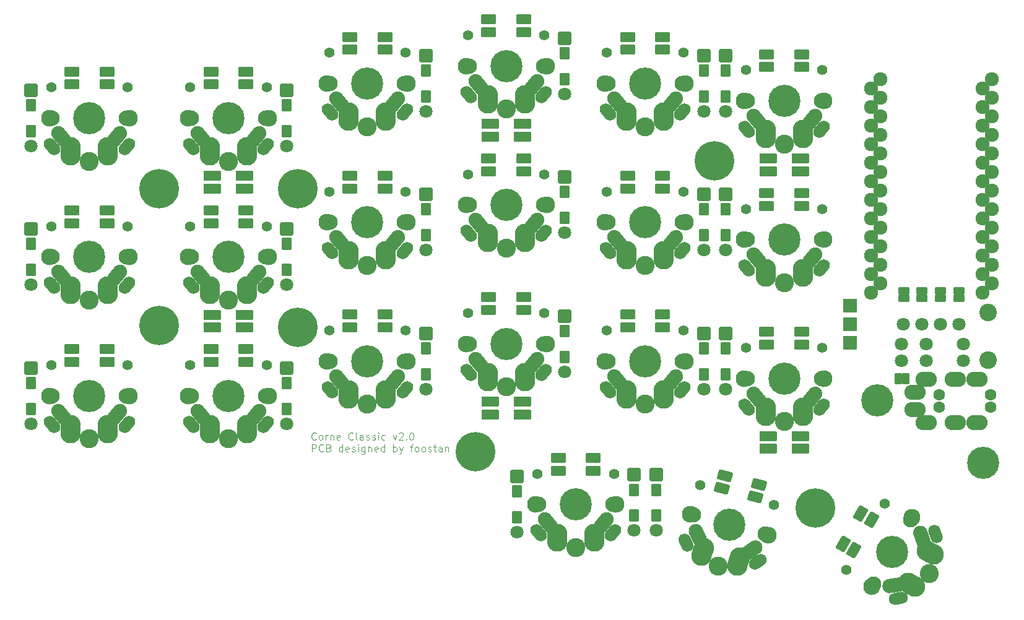
<source format=gbr>
G04 #@! TF.GenerationSoftware,KiCad,Pcbnew,8.0.8*
G04 #@! TF.CreationDate,2025-02-24T17:12:59+09:00*
G04 #@! TF.ProjectId,corne-classic,636f726e-652d-4636-9c61-737369632e6b,1.1*
G04 #@! TF.SameCoordinates,Original*
G04 #@! TF.FileFunction,Soldermask,Top*
G04 #@! TF.FilePolarity,Negative*
%FSLAX46Y46*%
G04 Gerber Fmt 4.6, Leading zero omitted, Abs format (unit mm)*
G04 Created by KiCad (PCBNEW 8.0.8) date 2025-02-24 17:12:59*
%MOMM*%
%LPD*%
G01*
G04 APERTURE LIST*
G04 Aperture macros list*
%AMRoundRect*
0 Rectangle with rounded corners*
0 $1 Rounding radius*
0 $2 $3 $4 $5 $6 $7 $8 $9 X,Y pos of 4 corners*
0 Add a 4 corners polygon primitive as box body*
4,1,4,$2,$3,$4,$5,$6,$7,$8,$9,$2,$3,0*
0 Add four circle primitives for the rounded corners*
1,1,$1+$1,$2,$3*
1,1,$1+$1,$4,$5*
1,1,$1+$1,$6,$7*
1,1,$1+$1,$8,$9*
0 Add four rect primitives between the rounded corners*
20,1,$1+$1,$2,$3,$4,$5,0*
20,1,$1+$1,$4,$5,$6,$7,0*
20,1,$1+$1,$6,$7,$8,$9,0*
20,1,$1+$1,$8,$9,$2,$3,0*%
%AMHorizOval*
0 Thick line with rounded ends*
0 $1 width*
0 $2 $3 position (X,Y) of the first rounded end (center of the circle)*
0 $4 $5 position (X,Y) of the second rounded end (center of the circle)*
0 Add line between two ends*
20,1,$1,$2,$3,$4,$5,0*
0 Add two circle primitives to create the rounded ends*
1,1,$1,$2,$3*
1,1,$1,$4,$5*%
G04 Aperture macros list end*
%ADD10C,0.125000*%
%ADD11RoundRect,0.200000X-0.475000X0.650000X-0.475000X-0.650000X0.475000X-0.650000X0.475000X0.650000X0*%
%ADD12RoundRect,0.200000X-0.698500X0.698500X-0.698500X-0.698500X0.698500X-0.698500X0.698500X0.698500X0*%
%ADD13C,1.797000*%
%ADD14RoundRect,0.200000X-0.800000X-0.500000X0.800000X-0.500000X0.800000X0.500000X-0.800000X0.500000X0*%
%ADD15RoundRect,0.200000X-0.902150X-0.275908X0.643331X-0.690018X0.902150X0.275908X-0.643331X0.690018X0*%
%ADD16RoundRect,0.200000X-0.033013X0.942820X-0.833013X-0.442820X0.033013X-0.942820X0.833013X0.442820X0*%
%ADD17C,2.100000*%
%ADD18C,2.300000*%
%ADD19C,4.400000*%
%ADD20C,1.400000*%
%ADD21C,2.800000*%
%ADD22HorizOval,1.650000X-0.305324X0.363871X0.305324X-0.363871X0*%
%ADD23HorizOval,1.650000X-0.305324X-0.363871X0.305324X0.363871X0*%
%ADD24HorizOval,1.950000X-0.401742X-0.478778X0.401742X0.478778X0*%
%ADD25C,2.600000*%
%ADD26HorizOval,1.950000X-0.401742X0.478778X0.401742X-0.478778X0*%
%ADD27HorizOval,1.950000X-0.511970X-0.358485X0.511970X0.358485X0*%
%ADD28HorizOval,1.650000X-0.200744X0.430496X0.200744X-0.430496X0*%
%ADD29HorizOval,1.650000X-0.389097X-0.272449X0.389097X0.272449X0*%
%ADD30HorizOval,1.950000X-0.264136X0.566442X0.264136X-0.566442X0*%
%ADD31HorizOval,1.650000X0.162460X-0.446354X-0.162460X0.446354X0*%
%ADD32HorizOval,1.650000X-0.467784X-0.082483X0.467784X0.082483X0*%
%ADD33HorizOval,1.950000X0.213763X-0.587308X-0.213763X0.587308X0*%
%ADD34HorizOval,1.950000X-0.615505X-0.108530X0.615505X0.108530X0*%
%ADD35RoundRect,0.200000X-0.571500X0.317500X-0.571500X-0.317500X0.571500X-0.317500X0.571500X0.317500X0*%
%ADD36C,1.924000*%
%ADD37C,5.400000*%
%ADD38RoundRect,0.200000X0.762000X0.762000X-0.762000X0.762000X-0.762000X-0.762000X0.762000X-0.762000X0*%
%ADD39RoundRect,0.200000X0.190500X-0.190500X0.190500X0.190500X-0.190500X0.190500X-0.190500X-0.190500X0*%
%ADD40RoundRect,0.200000X-0.317500X-0.571500X0.317500X-0.571500X0.317500X0.571500X-0.317500X0.571500X0*%
%ADD41C,1.600000*%
%ADD42O,2.900000X2.100000*%
%ADD43C,2.400000*%
%ADD44RoundRect,0.200000X-1.000000X-0.500000X1.000000X-0.500000X1.000000X0.500000X-1.000000X0.500000X0*%
%ADD45RoundRect,0.200000X1.000000X0.500000X-1.000000X0.500000X-1.000000X-0.500000X1.000000X-0.500000X0*%
G04 APERTURE END LIST*
D10*
X100991759Y-121055908D02*
X100944140Y-121103528D01*
X100944140Y-121103528D02*
X100801283Y-121151147D01*
X100801283Y-121151147D02*
X100706045Y-121151147D01*
X100706045Y-121151147D02*
X100563188Y-121103528D01*
X100563188Y-121103528D02*
X100467950Y-121008289D01*
X100467950Y-121008289D02*
X100420331Y-120913051D01*
X100420331Y-120913051D02*
X100372712Y-120722575D01*
X100372712Y-120722575D02*
X100372712Y-120579718D01*
X100372712Y-120579718D02*
X100420331Y-120389242D01*
X100420331Y-120389242D02*
X100467950Y-120294004D01*
X100467950Y-120294004D02*
X100563188Y-120198766D01*
X100563188Y-120198766D02*
X100706045Y-120151147D01*
X100706045Y-120151147D02*
X100801283Y-120151147D01*
X100801283Y-120151147D02*
X100944140Y-120198766D01*
X100944140Y-120198766D02*
X100991759Y-120246385D01*
X101563188Y-121151147D02*
X101467950Y-121103528D01*
X101467950Y-121103528D02*
X101420331Y-121055908D01*
X101420331Y-121055908D02*
X101372712Y-120960670D01*
X101372712Y-120960670D02*
X101372712Y-120674956D01*
X101372712Y-120674956D02*
X101420331Y-120579718D01*
X101420331Y-120579718D02*
X101467950Y-120532099D01*
X101467950Y-120532099D02*
X101563188Y-120484480D01*
X101563188Y-120484480D02*
X101706045Y-120484480D01*
X101706045Y-120484480D02*
X101801283Y-120532099D01*
X101801283Y-120532099D02*
X101848902Y-120579718D01*
X101848902Y-120579718D02*
X101896521Y-120674956D01*
X101896521Y-120674956D02*
X101896521Y-120960670D01*
X101896521Y-120960670D02*
X101848902Y-121055908D01*
X101848902Y-121055908D02*
X101801283Y-121103528D01*
X101801283Y-121103528D02*
X101706045Y-121151147D01*
X101706045Y-121151147D02*
X101563188Y-121151147D01*
X102325093Y-121151147D02*
X102325093Y-120484480D01*
X102325093Y-120674956D02*
X102372712Y-120579718D01*
X102372712Y-120579718D02*
X102420331Y-120532099D01*
X102420331Y-120532099D02*
X102515569Y-120484480D01*
X102515569Y-120484480D02*
X102610807Y-120484480D01*
X102944141Y-120484480D02*
X102944141Y-121151147D01*
X102944141Y-120579718D02*
X102991760Y-120532099D01*
X102991760Y-120532099D02*
X103086998Y-120484480D01*
X103086998Y-120484480D02*
X103229855Y-120484480D01*
X103229855Y-120484480D02*
X103325093Y-120532099D01*
X103325093Y-120532099D02*
X103372712Y-120627337D01*
X103372712Y-120627337D02*
X103372712Y-121151147D01*
X104229855Y-121103528D02*
X104134617Y-121151147D01*
X104134617Y-121151147D02*
X103944141Y-121151147D01*
X103944141Y-121151147D02*
X103848903Y-121103528D01*
X103848903Y-121103528D02*
X103801284Y-121008289D01*
X103801284Y-121008289D02*
X103801284Y-120627337D01*
X103801284Y-120627337D02*
X103848903Y-120532099D01*
X103848903Y-120532099D02*
X103944141Y-120484480D01*
X103944141Y-120484480D02*
X104134617Y-120484480D01*
X104134617Y-120484480D02*
X104229855Y-120532099D01*
X104229855Y-120532099D02*
X104277474Y-120627337D01*
X104277474Y-120627337D02*
X104277474Y-120722575D01*
X104277474Y-120722575D02*
X103801284Y-120817813D01*
X106039379Y-121055908D02*
X105991760Y-121103528D01*
X105991760Y-121103528D02*
X105848903Y-121151147D01*
X105848903Y-121151147D02*
X105753665Y-121151147D01*
X105753665Y-121151147D02*
X105610808Y-121103528D01*
X105610808Y-121103528D02*
X105515570Y-121008289D01*
X105515570Y-121008289D02*
X105467951Y-120913051D01*
X105467951Y-120913051D02*
X105420332Y-120722575D01*
X105420332Y-120722575D02*
X105420332Y-120579718D01*
X105420332Y-120579718D02*
X105467951Y-120389242D01*
X105467951Y-120389242D02*
X105515570Y-120294004D01*
X105515570Y-120294004D02*
X105610808Y-120198766D01*
X105610808Y-120198766D02*
X105753665Y-120151147D01*
X105753665Y-120151147D02*
X105848903Y-120151147D01*
X105848903Y-120151147D02*
X105991760Y-120198766D01*
X105991760Y-120198766D02*
X106039379Y-120246385D01*
X106610808Y-121151147D02*
X106515570Y-121103528D01*
X106515570Y-121103528D02*
X106467951Y-121008289D01*
X106467951Y-121008289D02*
X106467951Y-120151147D01*
X107420332Y-121151147D02*
X107420332Y-120627337D01*
X107420332Y-120627337D02*
X107372713Y-120532099D01*
X107372713Y-120532099D02*
X107277475Y-120484480D01*
X107277475Y-120484480D02*
X107086999Y-120484480D01*
X107086999Y-120484480D02*
X106991761Y-120532099D01*
X107420332Y-121103528D02*
X107325094Y-121151147D01*
X107325094Y-121151147D02*
X107086999Y-121151147D01*
X107086999Y-121151147D02*
X106991761Y-121103528D01*
X106991761Y-121103528D02*
X106944142Y-121008289D01*
X106944142Y-121008289D02*
X106944142Y-120913051D01*
X106944142Y-120913051D02*
X106991761Y-120817813D01*
X106991761Y-120817813D02*
X107086999Y-120770194D01*
X107086999Y-120770194D02*
X107325094Y-120770194D01*
X107325094Y-120770194D02*
X107420332Y-120722575D01*
X107848904Y-121103528D02*
X107944142Y-121151147D01*
X107944142Y-121151147D02*
X108134618Y-121151147D01*
X108134618Y-121151147D02*
X108229856Y-121103528D01*
X108229856Y-121103528D02*
X108277475Y-121008289D01*
X108277475Y-121008289D02*
X108277475Y-120960670D01*
X108277475Y-120960670D02*
X108229856Y-120865432D01*
X108229856Y-120865432D02*
X108134618Y-120817813D01*
X108134618Y-120817813D02*
X107991761Y-120817813D01*
X107991761Y-120817813D02*
X107896523Y-120770194D01*
X107896523Y-120770194D02*
X107848904Y-120674956D01*
X107848904Y-120674956D02*
X107848904Y-120627337D01*
X107848904Y-120627337D02*
X107896523Y-120532099D01*
X107896523Y-120532099D02*
X107991761Y-120484480D01*
X107991761Y-120484480D02*
X108134618Y-120484480D01*
X108134618Y-120484480D02*
X108229856Y-120532099D01*
X108658428Y-121103528D02*
X108753666Y-121151147D01*
X108753666Y-121151147D02*
X108944142Y-121151147D01*
X108944142Y-121151147D02*
X109039380Y-121103528D01*
X109039380Y-121103528D02*
X109086999Y-121008289D01*
X109086999Y-121008289D02*
X109086999Y-120960670D01*
X109086999Y-120960670D02*
X109039380Y-120865432D01*
X109039380Y-120865432D02*
X108944142Y-120817813D01*
X108944142Y-120817813D02*
X108801285Y-120817813D01*
X108801285Y-120817813D02*
X108706047Y-120770194D01*
X108706047Y-120770194D02*
X108658428Y-120674956D01*
X108658428Y-120674956D02*
X108658428Y-120627337D01*
X108658428Y-120627337D02*
X108706047Y-120532099D01*
X108706047Y-120532099D02*
X108801285Y-120484480D01*
X108801285Y-120484480D02*
X108944142Y-120484480D01*
X108944142Y-120484480D02*
X109039380Y-120532099D01*
X109515571Y-121151147D02*
X109515571Y-120484480D01*
X109515571Y-120151147D02*
X109467952Y-120198766D01*
X109467952Y-120198766D02*
X109515571Y-120246385D01*
X109515571Y-120246385D02*
X109563190Y-120198766D01*
X109563190Y-120198766D02*
X109515571Y-120151147D01*
X109515571Y-120151147D02*
X109515571Y-120246385D01*
X110420332Y-121103528D02*
X110325094Y-121151147D01*
X110325094Y-121151147D02*
X110134618Y-121151147D01*
X110134618Y-121151147D02*
X110039380Y-121103528D01*
X110039380Y-121103528D02*
X109991761Y-121055908D01*
X109991761Y-121055908D02*
X109944142Y-120960670D01*
X109944142Y-120960670D02*
X109944142Y-120674956D01*
X109944142Y-120674956D02*
X109991761Y-120579718D01*
X109991761Y-120579718D02*
X110039380Y-120532099D01*
X110039380Y-120532099D02*
X110134618Y-120484480D01*
X110134618Y-120484480D02*
X110325094Y-120484480D01*
X110325094Y-120484480D02*
X110420332Y-120532099D01*
X111515571Y-120484480D02*
X111753666Y-121151147D01*
X111753666Y-121151147D02*
X111991761Y-120484480D01*
X112325095Y-120246385D02*
X112372714Y-120198766D01*
X112372714Y-120198766D02*
X112467952Y-120151147D01*
X112467952Y-120151147D02*
X112706047Y-120151147D01*
X112706047Y-120151147D02*
X112801285Y-120198766D01*
X112801285Y-120198766D02*
X112848904Y-120246385D01*
X112848904Y-120246385D02*
X112896523Y-120341623D01*
X112896523Y-120341623D02*
X112896523Y-120436861D01*
X112896523Y-120436861D02*
X112848904Y-120579718D01*
X112848904Y-120579718D02*
X112277476Y-121151147D01*
X112277476Y-121151147D02*
X112896523Y-121151147D01*
X113325095Y-121055908D02*
X113372714Y-121103528D01*
X113372714Y-121103528D02*
X113325095Y-121151147D01*
X113325095Y-121151147D02*
X113277476Y-121103528D01*
X113277476Y-121103528D02*
X113325095Y-121055908D01*
X113325095Y-121055908D02*
X113325095Y-121151147D01*
X113991761Y-120151147D02*
X114086999Y-120151147D01*
X114086999Y-120151147D02*
X114182237Y-120198766D01*
X114182237Y-120198766D02*
X114229856Y-120246385D01*
X114229856Y-120246385D02*
X114277475Y-120341623D01*
X114277475Y-120341623D02*
X114325094Y-120532099D01*
X114325094Y-120532099D02*
X114325094Y-120770194D01*
X114325094Y-120770194D02*
X114277475Y-120960670D01*
X114277475Y-120960670D02*
X114229856Y-121055908D01*
X114229856Y-121055908D02*
X114182237Y-121103528D01*
X114182237Y-121103528D02*
X114086999Y-121151147D01*
X114086999Y-121151147D02*
X113991761Y-121151147D01*
X113991761Y-121151147D02*
X113896523Y-121103528D01*
X113896523Y-121103528D02*
X113848904Y-121055908D01*
X113848904Y-121055908D02*
X113801285Y-120960670D01*
X113801285Y-120960670D02*
X113753666Y-120770194D01*
X113753666Y-120770194D02*
X113753666Y-120532099D01*
X113753666Y-120532099D02*
X113801285Y-120341623D01*
X113801285Y-120341623D02*
X113848904Y-120246385D01*
X113848904Y-120246385D02*
X113896523Y-120198766D01*
X113896523Y-120198766D02*
X113991761Y-120151147D01*
X100420331Y-122761091D02*
X100420331Y-121761091D01*
X100420331Y-121761091D02*
X100801283Y-121761091D01*
X100801283Y-121761091D02*
X100896521Y-121808710D01*
X100896521Y-121808710D02*
X100944140Y-121856329D01*
X100944140Y-121856329D02*
X100991759Y-121951567D01*
X100991759Y-121951567D02*
X100991759Y-122094424D01*
X100991759Y-122094424D02*
X100944140Y-122189662D01*
X100944140Y-122189662D02*
X100896521Y-122237281D01*
X100896521Y-122237281D02*
X100801283Y-122284900D01*
X100801283Y-122284900D02*
X100420331Y-122284900D01*
X101991759Y-122665852D02*
X101944140Y-122713472D01*
X101944140Y-122713472D02*
X101801283Y-122761091D01*
X101801283Y-122761091D02*
X101706045Y-122761091D01*
X101706045Y-122761091D02*
X101563188Y-122713472D01*
X101563188Y-122713472D02*
X101467950Y-122618233D01*
X101467950Y-122618233D02*
X101420331Y-122522995D01*
X101420331Y-122522995D02*
X101372712Y-122332519D01*
X101372712Y-122332519D02*
X101372712Y-122189662D01*
X101372712Y-122189662D02*
X101420331Y-121999186D01*
X101420331Y-121999186D02*
X101467950Y-121903948D01*
X101467950Y-121903948D02*
X101563188Y-121808710D01*
X101563188Y-121808710D02*
X101706045Y-121761091D01*
X101706045Y-121761091D02*
X101801283Y-121761091D01*
X101801283Y-121761091D02*
X101944140Y-121808710D01*
X101944140Y-121808710D02*
X101991759Y-121856329D01*
X102753664Y-122237281D02*
X102896521Y-122284900D01*
X102896521Y-122284900D02*
X102944140Y-122332519D01*
X102944140Y-122332519D02*
X102991759Y-122427757D01*
X102991759Y-122427757D02*
X102991759Y-122570614D01*
X102991759Y-122570614D02*
X102944140Y-122665852D01*
X102944140Y-122665852D02*
X102896521Y-122713472D01*
X102896521Y-122713472D02*
X102801283Y-122761091D01*
X102801283Y-122761091D02*
X102420331Y-122761091D01*
X102420331Y-122761091D02*
X102420331Y-121761091D01*
X102420331Y-121761091D02*
X102753664Y-121761091D01*
X102753664Y-121761091D02*
X102848902Y-121808710D01*
X102848902Y-121808710D02*
X102896521Y-121856329D01*
X102896521Y-121856329D02*
X102944140Y-121951567D01*
X102944140Y-121951567D02*
X102944140Y-122046805D01*
X102944140Y-122046805D02*
X102896521Y-122142043D01*
X102896521Y-122142043D02*
X102848902Y-122189662D01*
X102848902Y-122189662D02*
X102753664Y-122237281D01*
X102753664Y-122237281D02*
X102420331Y-122237281D01*
X104610807Y-122761091D02*
X104610807Y-121761091D01*
X104610807Y-122713472D02*
X104515569Y-122761091D01*
X104515569Y-122761091D02*
X104325093Y-122761091D01*
X104325093Y-122761091D02*
X104229855Y-122713472D01*
X104229855Y-122713472D02*
X104182236Y-122665852D01*
X104182236Y-122665852D02*
X104134617Y-122570614D01*
X104134617Y-122570614D02*
X104134617Y-122284900D01*
X104134617Y-122284900D02*
X104182236Y-122189662D01*
X104182236Y-122189662D02*
X104229855Y-122142043D01*
X104229855Y-122142043D02*
X104325093Y-122094424D01*
X104325093Y-122094424D02*
X104515569Y-122094424D01*
X104515569Y-122094424D02*
X104610807Y-122142043D01*
X105467950Y-122713472D02*
X105372712Y-122761091D01*
X105372712Y-122761091D02*
X105182236Y-122761091D01*
X105182236Y-122761091D02*
X105086998Y-122713472D01*
X105086998Y-122713472D02*
X105039379Y-122618233D01*
X105039379Y-122618233D02*
X105039379Y-122237281D01*
X105039379Y-122237281D02*
X105086998Y-122142043D01*
X105086998Y-122142043D02*
X105182236Y-122094424D01*
X105182236Y-122094424D02*
X105372712Y-122094424D01*
X105372712Y-122094424D02*
X105467950Y-122142043D01*
X105467950Y-122142043D02*
X105515569Y-122237281D01*
X105515569Y-122237281D02*
X105515569Y-122332519D01*
X105515569Y-122332519D02*
X105039379Y-122427757D01*
X105896522Y-122713472D02*
X105991760Y-122761091D01*
X105991760Y-122761091D02*
X106182236Y-122761091D01*
X106182236Y-122761091D02*
X106277474Y-122713472D01*
X106277474Y-122713472D02*
X106325093Y-122618233D01*
X106325093Y-122618233D02*
X106325093Y-122570614D01*
X106325093Y-122570614D02*
X106277474Y-122475376D01*
X106277474Y-122475376D02*
X106182236Y-122427757D01*
X106182236Y-122427757D02*
X106039379Y-122427757D01*
X106039379Y-122427757D02*
X105944141Y-122380138D01*
X105944141Y-122380138D02*
X105896522Y-122284900D01*
X105896522Y-122284900D02*
X105896522Y-122237281D01*
X105896522Y-122237281D02*
X105944141Y-122142043D01*
X105944141Y-122142043D02*
X106039379Y-122094424D01*
X106039379Y-122094424D02*
X106182236Y-122094424D01*
X106182236Y-122094424D02*
X106277474Y-122142043D01*
X106753665Y-122761091D02*
X106753665Y-122094424D01*
X106753665Y-121761091D02*
X106706046Y-121808710D01*
X106706046Y-121808710D02*
X106753665Y-121856329D01*
X106753665Y-121856329D02*
X106801284Y-121808710D01*
X106801284Y-121808710D02*
X106753665Y-121761091D01*
X106753665Y-121761091D02*
X106753665Y-121856329D01*
X107658426Y-122094424D02*
X107658426Y-122903948D01*
X107658426Y-122903948D02*
X107610807Y-122999186D01*
X107610807Y-122999186D02*
X107563188Y-123046805D01*
X107563188Y-123046805D02*
X107467950Y-123094424D01*
X107467950Y-123094424D02*
X107325093Y-123094424D01*
X107325093Y-123094424D02*
X107229855Y-123046805D01*
X107658426Y-122713472D02*
X107563188Y-122761091D01*
X107563188Y-122761091D02*
X107372712Y-122761091D01*
X107372712Y-122761091D02*
X107277474Y-122713472D01*
X107277474Y-122713472D02*
X107229855Y-122665852D01*
X107229855Y-122665852D02*
X107182236Y-122570614D01*
X107182236Y-122570614D02*
X107182236Y-122284900D01*
X107182236Y-122284900D02*
X107229855Y-122189662D01*
X107229855Y-122189662D02*
X107277474Y-122142043D01*
X107277474Y-122142043D02*
X107372712Y-122094424D01*
X107372712Y-122094424D02*
X107563188Y-122094424D01*
X107563188Y-122094424D02*
X107658426Y-122142043D01*
X108134617Y-122094424D02*
X108134617Y-122761091D01*
X108134617Y-122189662D02*
X108182236Y-122142043D01*
X108182236Y-122142043D02*
X108277474Y-122094424D01*
X108277474Y-122094424D02*
X108420331Y-122094424D01*
X108420331Y-122094424D02*
X108515569Y-122142043D01*
X108515569Y-122142043D02*
X108563188Y-122237281D01*
X108563188Y-122237281D02*
X108563188Y-122761091D01*
X109420331Y-122713472D02*
X109325093Y-122761091D01*
X109325093Y-122761091D02*
X109134617Y-122761091D01*
X109134617Y-122761091D02*
X109039379Y-122713472D01*
X109039379Y-122713472D02*
X108991760Y-122618233D01*
X108991760Y-122618233D02*
X108991760Y-122237281D01*
X108991760Y-122237281D02*
X109039379Y-122142043D01*
X109039379Y-122142043D02*
X109134617Y-122094424D01*
X109134617Y-122094424D02*
X109325093Y-122094424D01*
X109325093Y-122094424D02*
X109420331Y-122142043D01*
X109420331Y-122142043D02*
X109467950Y-122237281D01*
X109467950Y-122237281D02*
X109467950Y-122332519D01*
X109467950Y-122332519D02*
X108991760Y-122427757D01*
X110325093Y-122761091D02*
X110325093Y-121761091D01*
X110325093Y-122713472D02*
X110229855Y-122761091D01*
X110229855Y-122761091D02*
X110039379Y-122761091D01*
X110039379Y-122761091D02*
X109944141Y-122713472D01*
X109944141Y-122713472D02*
X109896522Y-122665852D01*
X109896522Y-122665852D02*
X109848903Y-122570614D01*
X109848903Y-122570614D02*
X109848903Y-122284900D01*
X109848903Y-122284900D02*
X109896522Y-122189662D01*
X109896522Y-122189662D02*
X109944141Y-122142043D01*
X109944141Y-122142043D02*
X110039379Y-122094424D01*
X110039379Y-122094424D02*
X110229855Y-122094424D01*
X110229855Y-122094424D02*
X110325093Y-122142043D01*
X111563189Y-122761091D02*
X111563189Y-121761091D01*
X111563189Y-122142043D02*
X111658427Y-122094424D01*
X111658427Y-122094424D02*
X111848903Y-122094424D01*
X111848903Y-122094424D02*
X111944141Y-122142043D01*
X111944141Y-122142043D02*
X111991760Y-122189662D01*
X111991760Y-122189662D02*
X112039379Y-122284900D01*
X112039379Y-122284900D02*
X112039379Y-122570614D01*
X112039379Y-122570614D02*
X111991760Y-122665852D01*
X111991760Y-122665852D02*
X111944141Y-122713472D01*
X111944141Y-122713472D02*
X111848903Y-122761091D01*
X111848903Y-122761091D02*
X111658427Y-122761091D01*
X111658427Y-122761091D02*
X111563189Y-122713472D01*
X112372713Y-122094424D02*
X112610808Y-122761091D01*
X112848903Y-122094424D02*
X112610808Y-122761091D01*
X112610808Y-122761091D02*
X112515570Y-122999186D01*
X112515570Y-122999186D02*
X112467951Y-123046805D01*
X112467951Y-123046805D02*
X112372713Y-123094424D01*
X113848904Y-122094424D02*
X114229856Y-122094424D01*
X113991761Y-122761091D02*
X113991761Y-121903948D01*
X113991761Y-121903948D02*
X114039380Y-121808710D01*
X114039380Y-121808710D02*
X114134618Y-121761091D01*
X114134618Y-121761091D02*
X114229856Y-121761091D01*
X114706047Y-122761091D02*
X114610809Y-122713472D01*
X114610809Y-122713472D02*
X114563190Y-122665852D01*
X114563190Y-122665852D02*
X114515571Y-122570614D01*
X114515571Y-122570614D02*
X114515571Y-122284900D01*
X114515571Y-122284900D02*
X114563190Y-122189662D01*
X114563190Y-122189662D02*
X114610809Y-122142043D01*
X114610809Y-122142043D02*
X114706047Y-122094424D01*
X114706047Y-122094424D02*
X114848904Y-122094424D01*
X114848904Y-122094424D02*
X114944142Y-122142043D01*
X114944142Y-122142043D02*
X114991761Y-122189662D01*
X114991761Y-122189662D02*
X115039380Y-122284900D01*
X115039380Y-122284900D02*
X115039380Y-122570614D01*
X115039380Y-122570614D02*
X114991761Y-122665852D01*
X114991761Y-122665852D02*
X114944142Y-122713472D01*
X114944142Y-122713472D02*
X114848904Y-122761091D01*
X114848904Y-122761091D02*
X114706047Y-122761091D01*
X115610809Y-122761091D02*
X115515571Y-122713472D01*
X115515571Y-122713472D02*
X115467952Y-122665852D01*
X115467952Y-122665852D02*
X115420333Y-122570614D01*
X115420333Y-122570614D02*
X115420333Y-122284900D01*
X115420333Y-122284900D02*
X115467952Y-122189662D01*
X115467952Y-122189662D02*
X115515571Y-122142043D01*
X115515571Y-122142043D02*
X115610809Y-122094424D01*
X115610809Y-122094424D02*
X115753666Y-122094424D01*
X115753666Y-122094424D02*
X115848904Y-122142043D01*
X115848904Y-122142043D02*
X115896523Y-122189662D01*
X115896523Y-122189662D02*
X115944142Y-122284900D01*
X115944142Y-122284900D02*
X115944142Y-122570614D01*
X115944142Y-122570614D02*
X115896523Y-122665852D01*
X115896523Y-122665852D02*
X115848904Y-122713472D01*
X115848904Y-122713472D02*
X115753666Y-122761091D01*
X115753666Y-122761091D02*
X115610809Y-122761091D01*
X116325095Y-122713472D02*
X116420333Y-122761091D01*
X116420333Y-122761091D02*
X116610809Y-122761091D01*
X116610809Y-122761091D02*
X116706047Y-122713472D01*
X116706047Y-122713472D02*
X116753666Y-122618233D01*
X116753666Y-122618233D02*
X116753666Y-122570614D01*
X116753666Y-122570614D02*
X116706047Y-122475376D01*
X116706047Y-122475376D02*
X116610809Y-122427757D01*
X116610809Y-122427757D02*
X116467952Y-122427757D01*
X116467952Y-122427757D02*
X116372714Y-122380138D01*
X116372714Y-122380138D02*
X116325095Y-122284900D01*
X116325095Y-122284900D02*
X116325095Y-122237281D01*
X116325095Y-122237281D02*
X116372714Y-122142043D01*
X116372714Y-122142043D02*
X116467952Y-122094424D01*
X116467952Y-122094424D02*
X116610809Y-122094424D01*
X116610809Y-122094424D02*
X116706047Y-122142043D01*
X117039381Y-122094424D02*
X117420333Y-122094424D01*
X117182238Y-121761091D02*
X117182238Y-122618233D01*
X117182238Y-122618233D02*
X117229857Y-122713472D01*
X117229857Y-122713472D02*
X117325095Y-122761091D01*
X117325095Y-122761091D02*
X117420333Y-122761091D01*
X118182238Y-122761091D02*
X118182238Y-122237281D01*
X118182238Y-122237281D02*
X118134619Y-122142043D01*
X118134619Y-122142043D02*
X118039381Y-122094424D01*
X118039381Y-122094424D02*
X117848905Y-122094424D01*
X117848905Y-122094424D02*
X117753667Y-122142043D01*
X118182238Y-122713472D02*
X118087000Y-122761091D01*
X118087000Y-122761091D02*
X117848905Y-122761091D01*
X117848905Y-122761091D02*
X117753667Y-122713472D01*
X117753667Y-122713472D02*
X117706048Y-122618233D01*
X117706048Y-122618233D02*
X117706048Y-122522995D01*
X117706048Y-122522995D02*
X117753667Y-122427757D01*
X117753667Y-122427757D02*
X117848905Y-122380138D01*
X117848905Y-122380138D02*
X118087000Y-122380138D01*
X118087000Y-122380138D02*
X118182238Y-122332519D01*
X118658429Y-122094424D02*
X118658429Y-122761091D01*
X118658429Y-122189662D02*
X118706048Y-122142043D01*
X118706048Y-122142043D02*
X118801286Y-122094424D01*
X118801286Y-122094424D02*
X118944143Y-122094424D01*
X118944143Y-122094424D02*
X119039381Y-122142043D01*
X119039381Y-122142043D02*
X119087000Y-122237281D01*
X119087000Y-122237281D02*
X119087000Y-122761091D01*
D11*
X62000000Y-75350000D03*
D12*
X62000000Y-73315000D03*
D11*
X62000000Y-78900000D03*
D13*
X62000000Y-80935000D03*
D12*
X97000000Y-73315000D03*
D11*
X97000000Y-75350000D03*
D13*
X97000000Y-80935000D03*
D11*
X97000000Y-78900000D03*
D12*
X116000000Y-68565000D03*
D11*
X116000000Y-70600000D03*
X116000000Y-74150000D03*
D13*
X116000000Y-76185000D03*
D11*
X135000000Y-68225000D03*
D12*
X135000000Y-66190000D03*
D11*
X135000000Y-71775000D03*
D13*
X135000000Y-73810000D03*
D11*
X154000000Y-70600000D03*
D12*
X154000000Y-68565000D03*
D13*
X154000000Y-76185000D03*
D11*
X154000000Y-74150000D03*
X157000000Y-70600000D03*
D12*
X157000000Y-68565000D03*
D13*
X157000000Y-76185000D03*
D11*
X157000000Y-74150000D03*
D12*
X62000000Y-92315000D03*
D11*
X62000000Y-94350000D03*
X62000000Y-97900000D03*
D13*
X62000000Y-99935000D03*
D11*
X97000000Y-94350000D03*
D12*
X97000000Y-92315000D03*
D13*
X97000000Y-99935000D03*
D11*
X97000000Y-97900000D03*
X116000000Y-89600000D03*
D12*
X116000000Y-87565000D03*
D13*
X116000000Y-95185000D03*
D11*
X116000000Y-93150000D03*
X135000000Y-87225000D03*
D12*
X135000000Y-85190000D03*
D11*
X135000000Y-90775000D03*
D13*
X135000000Y-92810000D03*
D12*
X154000000Y-87565000D03*
D11*
X154000000Y-89600000D03*
D13*
X154000000Y-95185000D03*
D11*
X154000000Y-93150000D03*
D12*
X157000000Y-87565000D03*
D11*
X157000000Y-89600000D03*
D13*
X157000000Y-95185000D03*
D11*
X157000000Y-93150000D03*
D12*
X62000000Y-111315000D03*
D11*
X62000000Y-113350000D03*
D13*
X62000000Y-118935000D03*
D11*
X62000000Y-116900000D03*
X97000000Y-113350000D03*
D12*
X97000000Y-111315000D03*
D11*
X97000000Y-116900000D03*
D13*
X97000000Y-118935000D03*
D11*
X116000000Y-108600000D03*
D12*
X116000000Y-106565000D03*
D11*
X116000000Y-112150000D03*
D13*
X116000000Y-114185000D03*
D12*
X135000000Y-104190000D03*
D11*
X135000000Y-106225000D03*
X135000000Y-109775000D03*
D13*
X135000000Y-111810000D03*
D11*
X154000000Y-108600000D03*
D12*
X154000000Y-106565000D03*
D11*
X154000000Y-112150000D03*
D13*
X154000000Y-114185000D03*
D11*
X157000000Y-108600000D03*
D12*
X157000000Y-106565000D03*
D13*
X157000000Y-114185000D03*
D11*
X157000000Y-112150000D03*
X128500000Y-128225000D03*
D12*
X128500000Y-126190000D03*
D13*
X128500000Y-133810000D03*
D11*
X128500000Y-131775000D03*
D12*
X144500000Y-125940000D03*
D11*
X144500000Y-127975000D03*
D13*
X144500000Y-133560000D03*
D11*
X144500000Y-131525000D03*
D12*
X147500000Y-125940000D03*
D11*
X147500000Y-127975000D03*
X147500000Y-131525000D03*
D13*
X147500000Y-133560000D03*
D14*
X67600000Y-72500000D03*
X67600000Y-70750000D03*
X72400000Y-70750000D03*
X72400000Y-72500000D03*
X86600000Y-72500000D03*
X86600000Y-70750000D03*
X91400000Y-70750000D03*
X91400000Y-72500000D03*
X105600000Y-67750000D03*
X105600000Y-66000000D03*
X110400000Y-66000000D03*
X110400000Y-67750000D03*
X124600000Y-65375000D03*
X124600000Y-63625000D03*
X129400000Y-63625000D03*
X129400000Y-65375000D03*
X143600000Y-67750000D03*
X143600000Y-66000000D03*
X148400000Y-66000000D03*
X148400000Y-67750000D03*
X162600000Y-70125000D03*
X162600000Y-68375000D03*
X167400000Y-68375000D03*
X167400000Y-70125000D03*
X67600000Y-91500000D03*
X67600000Y-89750000D03*
X72400000Y-89750000D03*
X72400000Y-91500000D03*
X86600000Y-91500000D03*
X86600000Y-89750000D03*
X91400000Y-89750000D03*
X91400000Y-91500000D03*
X105600000Y-86750000D03*
X105600000Y-85000000D03*
X110400000Y-85000000D03*
X110400000Y-86750000D03*
X124600000Y-84375000D03*
X124600000Y-82625000D03*
X129400000Y-82625000D03*
X129400000Y-84375000D03*
X143600000Y-86750000D03*
X143600000Y-85000000D03*
X148400000Y-85000000D03*
X148400000Y-86750000D03*
X162600000Y-89125000D03*
X162600000Y-87375000D03*
X167400000Y-87375000D03*
X167400000Y-89125000D03*
X67600000Y-110500000D03*
X67600000Y-108750000D03*
X72400000Y-108750000D03*
X72400000Y-110500000D03*
X86600000Y-110500000D03*
X86600000Y-108750000D03*
X91400000Y-108750000D03*
X91400000Y-110500000D03*
X105600000Y-105750000D03*
X105600000Y-104000000D03*
X110400000Y-104000000D03*
X110400000Y-105750000D03*
X124600000Y-103375000D03*
X124600000Y-101625000D03*
X129400000Y-101625000D03*
X129400000Y-103375000D03*
X143600000Y-105750000D03*
X143600000Y-104000000D03*
X148400000Y-104000000D03*
X148400000Y-105750000D03*
X162600000Y-108125000D03*
X162600000Y-106375000D03*
X167400000Y-106375000D03*
X167400000Y-108125000D03*
X134100000Y-125375000D03*
X134100000Y-123625000D03*
X138900000Y-123625000D03*
X138900000Y-125375000D03*
D15*
X156455311Y-127724019D03*
X156908245Y-126033649D03*
X161544689Y-127275981D03*
X161091755Y-128966351D03*
D16*
X175442228Y-131234039D03*
X176957772Y-132109039D03*
X174557772Y-136265961D03*
X173042228Y-135390961D03*
D17*
X64920000Y-77125000D03*
D18*
X75500000Y-77125000D03*
D17*
X75080000Y-77125000D03*
D19*
X70000000Y-77125000D03*
D20*
X75220000Y-72925000D03*
D18*
X64500000Y-77125000D03*
D20*
X64780000Y-72925000D03*
D21*
X72540000Y-82205000D03*
D22*
X64900000Y-81025000D03*
D23*
X75100000Y-81025000D03*
D24*
X73810000Y-79665000D03*
D21*
X72540000Y-81125000D03*
X72540000Y-81625000D03*
X67460000Y-81125000D03*
D25*
X70000000Y-83025000D03*
D21*
X67460000Y-82205000D03*
D26*
X66190000Y-79665000D03*
D21*
X67460000Y-81625000D03*
D19*
X89000000Y-77125000D03*
D20*
X83780000Y-72925000D03*
D17*
X94080000Y-77125000D03*
X83920000Y-77125000D03*
D20*
X94220000Y-72925000D03*
D18*
X83500000Y-77125000D03*
X94500000Y-77125000D03*
D23*
X94100000Y-81025000D03*
D22*
X83900000Y-81025000D03*
D24*
X92810000Y-79665000D03*
D21*
X91540000Y-81625000D03*
X91540000Y-81125000D03*
X91540000Y-82205000D03*
D26*
X85190000Y-79665000D03*
D25*
X89000000Y-83025000D03*
D21*
X86460000Y-82205000D03*
X86460000Y-81625000D03*
X86460000Y-81125000D03*
D20*
X102780000Y-68175000D03*
D19*
X108000000Y-72375000D03*
D17*
X102920000Y-72375000D03*
D20*
X113220000Y-68175000D03*
D18*
X102500000Y-72375000D03*
X113500000Y-72375000D03*
D17*
X113080000Y-72375000D03*
D21*
X110540000Y-77455000D03*
X110540000Y-76875000D03*
D24*
X111810000Y-74915000D03*
D21*
X110540000Y-76375000D03*
D22*
X102900000Y-76275000D03*
D23*
X113100000Y-76275000D03*
D21*
X105460000Y-76375000D03*
D25*
X108000000Y-78275000D03*
D26*
X104190000Y-74915000D03*
D21*
X105460000Y-77455000D03*
X105460000Y-76875000D03*
D17*
X132080000Y-70000000D03*
X121920000Y-70000000D03*
D20*
X132220000Y-65800000D03*
D19*
X127000000Y-70000000D03*
D20*
X121780000Y-65800000D03*
D18*
X132500000Y-70000000D03*
X121500000Y-70000000D03*
D21*
X129540000Y-74000000D03*
D23*
X132100000Y-73900000D03*
D22*
X121900000Y-73900000D03*
D21*
X129540000Y-75080000D03*
D24*
X130810000Y-72540000D03*
D21*
X129540000Y-74500000D03*
X124460000Y-74000000D03*
D25*
X127000000Y-75900000D03*
D26*
X123190000Y-72540000D03*
D21*
X124460000Y-75080000D03*
X124460000Y-74500000D03*
D19*
X146000000Y-72375000D03*
D17*
X151080000Y-72375000D03*
D18*
X151500000Y-72375000D03*
D20*
X151220000Y-68175000D03*
D18*
X140500000Y-72375000D03*
D20*
X140780000Y-68175000D03*
D17*
X140920000Y-72375000D03*
D21*
X148540000Y-76375000D03*
X148540000Y-76875000D03*
X148540000Y-77455000D03*
D22*
X140900000Y-76275000D03*
D23*
X151100000Y-76275000D03*
D24*
X149810000Y-74915000D03*
D21*
X143460000Y-77455000D03*
X143460000Y-76375000D03*
D25*
X146000000Y-78275000D03*
D21*
X143460000Y-76875000D03*
D26*
X142190000Y-74915000D03*
D17*
X170080000Y-74750000D03*
D18*
X170500000Y-74750000D03*
X159500000Y-74750000D03*
D20*
X159780000Y-70550000D03*
X170220000Y-70550000D03*
D17*
X159920000Y-74750000D03*
D19*
X165000000Y-74750000D03*
D21*
X167540000Y-79830000D03*
X167540000Y-78750000D03*
D24*
X168810000Y-77290000D03*
D21*
X167540000Y-79250000D03*
D23*
X170100000Y-78650000D03*
D22*
X159900000Y-78650000D03*
D25*
X165000000Y-80650000D03*
D21*
X162460000Y-79250000D03*
D26*
X161190000Y-77290000D03*
D21*
X162460000Y-79830000D03*
X162460000Y-78750000D03*
D20*
X75220000Y-91925000D03*
D17*
X75080000Y-96125000D03*
D18*
X75500000Y-96125000D03*
D19*
X70000000Y-96125000D03*
D17*
X64920000Y-96125000D03*
D18*
X64500000Y-96125000D03*
D20*
X64780000Y-91925000D03*
D22*
X64900000Y-100025000D03*
D23*
X75100000Y-100025000D03*
D21*
X72540000Y-100125000D03*
D24*
X73810000Y-98665000D03*
D21*
X72540000Y-101205000D03*
X72540000Y-100625000D03*
X67460000Y-101205000D03*
D26*
X66190000Y-98665000D03*
D21*
X67460000Y-100625000D03*
X67460000Y-100125000D03*
D25*
X70000000Y-102025000D03*
D19*
X89000000Y-96125000D03*
D17*
X94080000Y-96125000D03*
X83920000Y-96125000D03*
D20*
X94220000Y-91925000D03*
D18*
X94500000Y-96125000D03*
X83500000Y-96125000D03*
D20*
X83780000Y-91925000D03*
D23*
X94100000Y-100025000D03*
D21*
X91540000Y-100125000D03*
D22*
X83900000Y-100025000D03*
D21*
X91540000Y-100625000D03*
D24*
X92810000Y-98665000D03*
D21*
X91540000Y-101205000D03*
X86460000Y-101205000D03*
D26*
X85190000Y-98665000D03*
D25*
X89000000Y-102025000D03*
D21*
X86460000Y-100125000D03*
X86460000Y-100625000D03*
D19*
X108000000Y-91375000D03*
D20*
X113220000Y-87175000D03*
D18*
X102500000Y-91375000D03*
X113500000Y-91375000D03*
D20*
X102780000Y-87175000D03*
D17*
X102920000Y-91375000D03*
X113080000Y-91375000D03*
D22*
X102900000Y-95275000D03*
D23*
X113100000Y-95275000D03*
D21*
X110540000Y-96455000D03*
X110540000Y-95375000D03*
X110540000Y-95875000D03*
D24*
X111810000Y-93915000D03*
D25*
X108000000Y-97275000D03*
D21*
X105460000Y-95875000D03*
D26*
X104190000Y-93915000D03*
D21*
X105460000Y-95375000D03*
X105460000Y-96455000D03*
D17*
X132080000Y-89000000D03*
X121920000Y-89000000D03*
D20*
X132220000Y-84800000D03*
X121780000Y-84800000D03*
D18*
X121500000Y-89000000D03*
X132500000Y-89000000D03*
D19*
X127000000Y-89000000D03*
D23*
X132100000Y-92900000D03*
D24*
X130810000Y-91540000D03*
D21*
X129540000Y-93500000D03*
D22*
X121900000Y-92900000D03*
D21*
X129540000Y-93000000D03*
X129540000Y-94080000D03*
D25*
X127000000Y-94900000D03*
D21*
X124460000Y-93500000D03*
X124460000Y-93000000D03*
D26*
X123190000Y-91540000D03*
D21*
X124460000Y-94080000D03*
D17*
X140920000Y-91375000D03*
D20*
X151220000Y-87175000D03*
D17*
X151080000Y-91375000D03*
D19*
X146000000Y-91375000D03*
D18*
X151500000Y-91375000D03*
D20*
X140780000Y-87175000D03*
D18*
X140500000Y-91375000D03*
D21*
X148540000Y-95375000D03*
D22*
X140900000Y-95275000D03*
D24*
X149810000Y-93915000D03*
D21*
X148540000Y-95875000D03*
D23*
X151100000Y-95275000D03*
D21*
X148540000Y-96455000D03*
D25*
X146000000Y-97275000D03*
D21*
X143460000Y-96455000D03*
D26*
X142190000Y-93915000D03*
D21*
X143460000Y-95875000D03*
X143460000Y-95375000D03*
D19*
X165000000Y-93750000D03*
D18*
X159500000Y-93750000D03*
X170500000Y-93750000D03*
D17*
X159920000Y-93750000D03*
D20*
X170220000Y-89550000D03*
X159780000Y-89550000D03*
D17*
X170080000Y-93750000D03*
D21*
X167540000Y-97750000D03*
D24*
X168810000Y-96290000D03*
D22*
X159900000Y-97650000D03*
D23*
X170100000Y-97650000D03*
D21*
X167540000Y-98830000D03*
X167540000Y-98250000D03*
D25*
X165000000Y-99650000D03*
D21*
X162460000Y-97750000D03*
D26*
X161190000Y-96290000D03*
D21*
X162460000Y-98830000D03*
X162460000Y-98250000D03*
D17*
X75080000Y-115125000D03*
D20*
X64780000Y-110925000D03*
D18*
X64500000Y-115125000D03*
D19*
X70000000Y-115125000D03*
D20*
X75220000Y-110925000D03*
D18*
X75500000Y-115125000D03*
D17*
X64920000Y-115125000D03*
D24*
X73810000Y-117665000D03*
D22*
X64900000Y-119025000D03*
D21*
X72540000Y-120205000D03*
X72540000Y-119125000D03*
D23*
X75100000Y-119025000D03*
D21*
X72540000Y-119625000D03*
X67460000Y-119625000D03*
D25*
X70000000Y-121025000D03*
D21*
X67460000Y-119125000D03*
D26*
X66190000Y-117665000D03*
D21*
X67460000Y-120205000D03*
D20*
X94220000Y-110925000D03*
X83780000Y-110925000D03*
D18*
X94500000Y-115125000D03*
D19*
X89000000Y-115125000D03*
D17*
X83920000Y-115125000D03*
D18*
X83500000Y-115125000D03*
D17*
X94080000Y-115125000D03*
D22*
X83900000Y-119025000D03*
D23*
X94100000Y-119025000D03*
D21*
X91540000Y-120205000D03*
X91540000Y-119125000D03*
D24*
X92810000Y-117665000D03*
D21*
X91540000Y-119625000D03*
X86460000Y-119125000D03*
X86460000Y-120205000D03*
X86460000Y-119625000D03*
D25*
X89000000Y-121025000D03*
D26*
X85190000Y-117665000D03*
D20*
X113220000Y-106175000D03*
D18*
X102500000Y-110375000D03*
D17*
X102920000Y-110375000D03*
X113080000Y-110375000D03*
D18*
X113500000Y-110375000D03*
D20*
X102780000Y-106175000D03*
D19*
X108000000Y-110375000D03*
D22*
X102900000Y-114275000D03*
D21*
X110540000Y-115455000D03*
X110540000Y-114875000D03*
D23*
X113100000Y-114275000D03*
D24*
X111810000Y-112915000D03*
D21*
X110540000Y-114375000D03*
X105460000Y-114375000D03*
X105460000Y-115455000D03*
D26*
X104190000Y-112915000D03*
D25*
X108000000Y-116275000D03*
D21*
X105460000Y-114875000D03*
D17*
X121920000Y-108000000D03*
D19*
X127000000Y-108000000D03*
D18*
X121500000Y-108000000D03*
X132500000Y-108000000D03*
D17*
X132080000Y-108000000D03*
D20*
X132220000Y-103800000D03*
X121780000Y-103800000D03*
D21*
X129540000Y-113080000D03*
D22*
X121900000Y-111900000D03*
D21*
X129540000Y-112000000D03*
D23*
X132100000Y-111900000D03*
D24*
X130810000Y-110540000D03*
D21*
X129540000Y-112500000D03*
X124460000Y-112000000D03*
D26*
X123190000Y-110540000D03*
D25*
X127000000Y-113900000D03*
D21*
X124460000Y-112500000D03*
X124460000Y-113080000D03*
D18*
X151500000Y-110375000D03*
X140500000Y-110375000D03*
D20*
X140780000Y-106175000D03*
D17*
X151080000Y-110375000D03*
D20*
X151220000Y-106175000D03*
D17*
X140920000Y-110375000D03*
D19*
X146000000Y-110375000D03*
D21*
X148540000Y-114375000D03*
D24*
X149810000Y-112915000D03*
D21*
X148540000Y-114875000D03*
D22*
X140900000Y-114275000D03*
D21*
X148540000Y-115455000D03*
D23*
X151100000Y-114275000D03*
D26*
X142190000Y-112915000D03*
D21*
X143460000Y-114375000D03*
X143460000Y-114875000D03*
X143460000Y-115455000D03*
D25*
X146000000Y-116275000D03*
D20*
X159780000Y-108550000D03*
X170220000Y-108550000D03*
D18*
X170500000Y-112750000D03*
D17*
X159920000Y-112750000D03*
X170080000Y-112750000D03*
D19*
X165000000Y-112750000D03*
D18*
X159500000Y-112750000D03*
D21*
X167540000Y-117250000D03*
D23*
X170100000Y-116650000D03*
D21*
X167540000Y-117830000D03*
X167540000Y-116750000D03*
D24*
X168810000Y-115290000D03*
D22*
X159900000Y-116650000D03*
D21*
X162460000Y-117250000D03*
D26*
X161190000Y-115290000D03*
D21*
X162460000Y-116750000D03*
X162460000Y-117830000D03*
D25*
X165000000Y-118650000D03*
D20*
X141720000Y-125800000D03*
D17*
X141580000Y-130000000D03*
D20*
X131280000Y-125800000D03*
D18*
X131000000Y-130000000D03*
X142000000Y-130000000D03*
D17*
X131420000Y-130000000D03*
D19*
X136500000Y-130000000D03*
D21*
X139040000Y-134500000D03*
D22*
X131400000Y-133900000D03*
D21*
X139040000Y-135080000D03*
D23*
X141600000Y-133900000D03*
D21*
X139040000Y-134000000D03*
D24*
X140310000Y-132540000D03*
D21*
X133960000Y-134500000D03*
X133960000Y-135080000D03*
D26*
X132690000Y-132540000D03*
D25*
X136500000Y-135900000D03*
D21*
X133960000Y-134000000D03*
D18*
X152187408Y-131326495D03*
D17*
X162406903Y-134064801D03*
D19*
X157500000Y-132750000D03*
D17*
X152593097Y-131435199D03*
D20*
X163629173Y-130044147D03*
D18*
X162812592Y-134173505D03*
D20*
X153544907Y-127342076D03*
D21*
X158788766Y-137754067D03*
X158638651Y-138314304D03*
X158918175Y-137271104D03*
D27*
X160522777Y-136189552D03*
D28*
X151564384Y-135197134D03*
D29*
X161416827Y-137837088D03*
D21*
X154011272Y-135956303D03*
X153731748Y-136999503D03*
D30*
X153162422Y-134217351D03*
D21*
X153881863Y-136439266D03*
D25*
X155972968Y-138448962D03*
D17*
X182290000Y-132100591D03*
D20*
X178722693Y-129879347D03*
D18*
X182500000Y-131736860D03*
D19*
X179750000Y-136500000D03*
D17*
X177210000Y-140899409D03*
D20*
X173502693Y-138920653D03*
D18*
X177000000Y-141263140D03*
D21*
X184484102Y-136300295D03*
X185419409Y-136840295D03*
D31*
X185677499Y-134033270D03*
D32*
X180577499Y-142866730D03*
D21*
X184917113Y-136550295D03*
D33*
X183854705Y-134470443D03*
D25*
X184859550Y-139450000D03*
D34*
X180044705Y-141069557D03*
D21*
X181944102Y-140699705D03*
X182377114Y-140949705D03*
X182879409Y-141239705D03*
D35*
X188875000Y-100749620D03*
X188875000Y-101750380D03*
X186375000Y-100749620D03*
X186375000Y-101750380D03*
X183875000Y-100749620D03*
X183875000Y-101750380D03*
X181375000Y-100749620D03*
X181375000Y-101750380D03*
D36*
X176860000Y-73042000D03*
X193406400Y-71772000D03*
X193406400Y-74312000D03*
X176860000Y-75582000D03*
X193406400Y-76852000D03*
X176860000Y-78122000D03*
X176860000Y-80662000D03*
X193406400Y-79392000D03*
X176860000Y-83202000D03*
X193406400Y-81932000D03*
X193406400Y-84472000D03*
X176860000Y-85742000D03*
X193406400Y-87012000D03*
X176860000Y-88282000D03*
X193406400Y-89552000D03*
X176860000Y-90822000D03*
X193406400Y-92092000D03*
X176860000Y-93362000D03*
X176860000Y-95902000D03*
X193406400Y-94632000D03*
X193406400Y-97172000D03*
X176860000Y-98442000D03*
X176860000Y-100982000D03*
X193406400Y-99712000D03*
X178186400Y-99712000D03*
X192100000Y-100982000D03*
X192100000Y-98442000D03*
X178186400Y-97172000D03*
X192100000Y-95902000D03*
X178186400Y-94632000D03*
X192100000Y-93362000D03*
X178186400Y-92092000D03*
X192100000Y-90822000D03*
X178186400Y-89552000D03*
X178186400Y-87012000D03*
X192100000Y-88282000D03*
X192100000Y-85742000D03*
X178186400Y-84472000D03*
X178186400Y-81932000D03*
X192100000Y-83202000D03*
X192100000Y-80662000D03*
X178186400Y-79392000D03*
X192100000Y-78122000D03*
X178186400Y-76852000D03*
X192100000Y-75582000D03*
X178186400Y-74312000D03*
X178186400Y-71772000D03*
X192100000Y-73042000D03*
D13*
X189540000Y-108000000D03*
X184460000Y-108000000D03*
X189540000Y-110300000D03*
X184460000Y-110300000D03*
D19*
X177750000Y-115750000D03*
X192250000Y-124250000D03*
D37*
X79500000Y-86750000D03*
X79500000Y-105500000D03*
X98500000Y-86750000D03*
X98500000Y-105750000D03*
X155500000Y-83000000D03*
X122750000Y-122750000D03*
X169250000Y-130500000D03*
D38*
X174000000Y-107900000D03*
X174000000Y-105360000D03*
X174000000Y-102820000D03*
D39*
X181100000Y-112800000D03*
D40*
X180599620Y-112800000D03*
X181600380Y-112800000D03*
D13*
X181300000Y-105300000D03*
X183840000Y-105300000D03*
X186380000Y-105300000D03*
X188920000Y-105300000D03*
X181000000Y-108000000D03*
X181000000Y-110300000D03*
D41*
X186200000Y-116700000D03*
X193200000Y-116700000D03*
X186200000Y-114950000D03*
X193200000Y-114950000D03*
D42*
X182900000Y-114600000D03*
X182900000Y-117050000D03*
X191400000Y-118800000D03*
X191400000Y-112850000D03*
X188400000Y-118800000D03*
X188400000Y-112850000D03*
X184400000Y-112850000D03*
X184400000Y-118800000D03*
D43*
X192900000Y-103750000D03*
X192900000Y-110250000D03*
D44*
X86800000Y-85025000D03*
X86800000Y-86775000D03*
X91200000Y-86775000D03*
X91200000Y-85025000D03*
X124800000Y-77925000D03*
X124800000Y-79675000D03*
X129200000Y-79675000D03*
X129200000Y-77925000D03*
X162800000Y-82625000D03*
X162800000Y-84375000D03*
X167200000Y-84375000D03*
X167200000Y-82625000D03*
D45*
X91200000Y-105775000D03*
X91200000Y-104025000D03*
X86800000Y-104025000D03*
X86800000Y-105775000D03*
X129200000Y-117675000D03*
X129200000Y-115925000D03*
X124800000Y-115925000D03*
X124800000Y-117675000D03*
X167200000Y-122375000D03*
X167200000Y-120625000D03*
X162800000Y-120625000D03*
X162800000Y-122375000D03*
M02*

</source>
